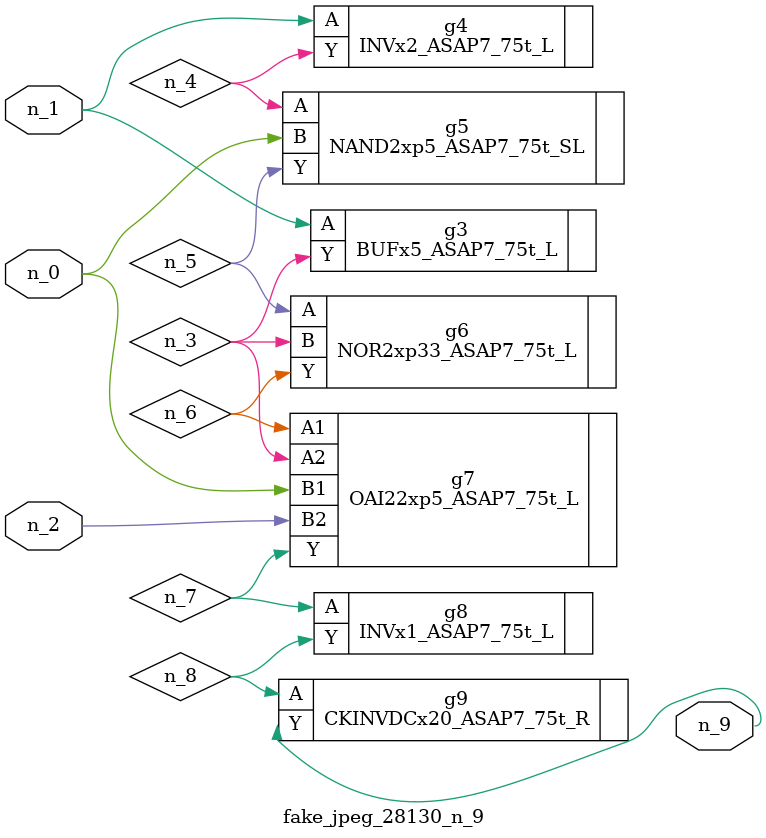
<source format=v>
module fake_jpeg_28130_n_9 (n_0, n_2, n_1, n_9);

input n_0;
input n_2;
input n_1;

output n_9;

wire n_3;
wire n_4;
wire n_8;
wire n_6;
wire n_5;
wire n_7;

BUFx5_ASAP7_75t_L g3 ( 
.A(n_1),
.Y(n_3)
);

INVx2_ASAP7_75t_L g4 ( 
.A(n_1),
.Y(n_4)
);

NAND2xp5_ASAP7_75t_SL g5 ( 
.A(n_4),
.B(n_0),
.Y(n_5)
);

NOR2xp33_ASAP7_75t_L g6 ( 
.A(n_5),
.B(n_3),
.Y(n_6)
);

OAI22xp5_ASAP7_75t_L g7 ( 
.A1(n_6),
.A2(n_3),
.B1(n_0),
.B2(n_2),
.Y(n_7)
);

INVx1_ASAP7_75t_L g8 ( 
.A(n_7),
.Y(n_8)
);

CKINVDCx20_ASAP7_75t_R g9 ( 
.A(n_8),
.Y(n_9)
);


endmodule
</source>
